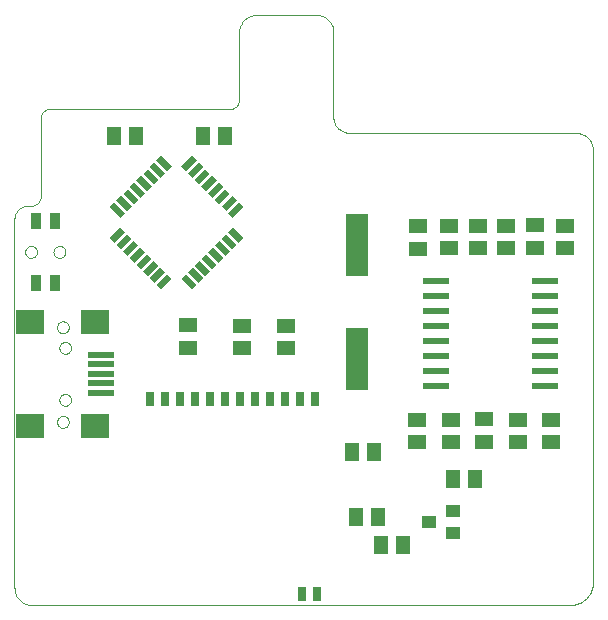
<source format=gtp>
G75*
%MOIN*%
%OFA0B0*%
%FSLAX24Y24*%
%IPPOS*%
%LPD*%
%AMOC8*
5,1,8,0,0,1.08239X$1,22.5*
%
%ADD10C,0.0000*%
%ADD11R,0.0945X0.0787*%
%ADD12R,0.0909X0.0197*%
%ADD13R,0.0250X0.0500*%
%ADD14R,0.0512X0.0591*%
%ADD15R,0.0760X0.2100*%
%ADD16R,0.0500X0.0220*%
%ADD17R,0.0220X0.0500*%
%ADD18R,0.0450X0.0400*%
%ADD19R,0.0320X0.0560*%
%ADD20R,0.0591X0.0512*%
%ADD21R,0.0866X0.0236*%
D10*
X002038Y000848D02*
X002038Y013148D01*
X002041Y013188D01*
X002048Y013227D01*
X002058Y013266D01*
X002072Y013304D01*
X002089Y013340D01*
X002110Y013374D01*
X002133Y013407D01*
X002160Y013437D01*
X002189Y013464D01*
X002220Y013489D01*
X002254Y013511D01*
X002290Y013529D01*
X002327Y013545D01*
X002365Y013556D01*
X002404Y013565D01*
X002444Y013569D01*
X002484Y013570D01*
X002587Y013570D01*
X002586Y013570D02*
X002623Y013573D01*
X002659Y013580D01*
X002694Y013590D01*
X002728Y013605D01*
X002760Y013622D01*
X002790Y013643D01*
X002818Y013667D01*
X002843Y013694D01*
X002865Y013723D01*
X002884Y013755D01*
X002900Y013788D01*
X002912Y013823D01*
X002921Y013858D01*
X002925Y013895D01*
X002926Y013931D01*
X002924Y016531D01*
X002925Y016531D02*
X002927Y016563D01*
X002933Y016594D01*
X002942Y016624D01*
X002955Y016653D01*
X002972Y016680D01*
X002991Y016705D01*
X003014Y016728D01*
X003039Y016747D01*
X003066Y016764D01*
X003095Y016777D01*
X003125Y016786D01*
X003156Y016792D01*
X003188Y016794D01*
X009212Y016794D01*
X009244Y016796D01*
X009276Y016801D01*
X009307Y016809D01*
X009337Y016821D01*
X009366Y016835D01*
X009392Y016853D01*
X009417Y016873D01*
X009440Y016896D01*
X009460Y016921D01*
X009478Y016948D01*
X009492Y016976D01*
X009504Y017006D01*
X009512Y017037D01*
X009517Y017069D01*
X009519Y017101D01*
X009519Y019323D01*
X009521Y019372D01*
X009527Y019420D01*
X009536Y019468D01*
X009549Y019515D01*
X009566Y019561D01*
X009587Y019605D01*
X009611Y019647D01*
X009638Y019688D01*
X009668Y019726D01*
X009701Y019762D01*
X009737Y019795D01*
X009775Y019825D01*
X009816Y019852D01*
X009858Y019876D01*
X009902Y019897D01*
X009948Y019914D01*
X009995Y019927D01*
X010043Y019936D01*
X010091Y019942D01*
X010140Y019944D01*
X012090Y019944D01*
X012135Y019942D01*
X012180Y019937D01*
X012225Y019928D01*
X012269Y019916D01*
X012311Y019900D01*
X012352Y019881D01*
X012392Y019859D01*
X012430Y019834D01*
X012465Y019806D01*
X012499Y019775D01*
X012530Y019741D01*
X012558Y019706D01*
X012583Y019668D01*
X012605Y019628D01*
X012624Y019587D01*
X012640Y019545D01*
X012652Y019501D01*
X012661Y019456D01*
X012666Y019411D01*
X012668Y019366D01*
X012668Y016534D01*
X012670Y016490D01*
X012675Y016447D01*
X012684Y016405D01*
X012697Y016363D01*
X012712Y016322D01*
X012732Y016283D01*
X012754Y016246D01*
X012779Y016210D01*
X012807Y016177D01*
X012838Y016146D01*
X012871Y016118D01*
X012907Y016093D01*
X012944Y016071D01*
X012983Y016051D01*
X013024Y016036D01*
X013066Y016023D01*
X013108Y016014D01*
X013151Y016009D01*
X013195Y016007D01*
X020717Y016007D01*
X020765Y016005D01*
X020813Y015999D01*
X020860Y015990D01*
X020906Y015977D01*
X020952Y015960D01*
X020995Y015940D01*
X021037Y015917D01*
X021077Y015890D01*
X021115Y015860D01*
X021150Y015827D01*
X021183Y015792D01*
X021213Y015754D01*
X021240Y015714D01*
X021263Y015672D01*
X021283Y015629D01*
X021300Y015583D01*
X021313Y015537D01*
X021322Y015490D01*
X021328Y015442D01*
X021330Y015394D01*
X021330Y001050D01*
X021328Y000996D01*
X021323Y000942D01*
X021313Y000889D01*
X021301Y000837D01*
X021284Y000785D01*
X021265Y000735D01*
X021241Y000686D01*
X021215Y000639D01*
X021185Y000594D01*
X021153Y000551D01*
X021117Y000510D01*
X021079Y000472D01*
X021038Y000436D01*
X020995Y000404D01*
X020950Y000374D01*
X020903Y000348D01*
X020854Y000324D01*
X020804Y000305D01*
X020752Y000288D01*
X020700Y000276D01*
X020647Y000266D01*
X020593Y000261D01*
X020539Y000259D01*
X002628Y000259D01*
X002582Y000261D01*
X002536Y000266D01*
X002491Y000275D01*
X002446Y000288D01*
X002403Y000304D01*
X002361Y000323D01*
X002320Y000346D01*
X002282Y000371D01*
X002245Y000400D01*
X002212Y000432D01*
X002180Y000465D01*
X002151Y000502D01*
X002126Y000540D01*
X002103Y000581D01*
X002084Y000623D01*
X002068Y000666D01*
X002055Y000711D01*
X002046Y000756D01*
X002041Y000802D01*
X002039Y000848D01*
X003456Y006369D02*
X003458Y006396D01*
X003464Y006423D01*
X003473Y006449D01*
X003486Y006473D01*
X003502Y006496D01*
X003521Y006515D01*
X003543Y006532D01*
X003567Y006546D01*
X003592Y006556D01*
X003619Y006563D01*
X003646Y006566D01*
X003674Y006565D01*
X003701Y006560D01*
X003727Y006552D01*
X003751Y006540D01*
X003774Y006524D01*
X003795Y006506D01*
X003812Y006485D01*
X003827Y006461D01*
X003838Y006436D01*
X003846Y006410D01*
X003850Y006383D01*
X003850Y006355D01*
X003846Y006328D01*
X003838Y006302D01*
X003827Y006277D01*
X003812Y006253D01*
X003795Y006232D01*
X003774Y006214D01*
X003752Y006198D01*
X003727Y006186D01*
X003701Y006178D01*
X003674Y006173D01*
X003646Y006172D01*
X003619Y006175D01*
X003592Y006182D01*
X003567Y006192D01*
X003543Y006206D01*
X003521Y006223D01*
X003502Y006242D01*
X003486Y006265D01*
X003473Y006289D01*
X003464Y006315D01*
X003458Y006342D01*
X003456Y006369D01*
X003532Y007105D02*
X003534Y007132D01*
X003540Y007159D01*
X003549Y007185D01*
X003562Y007209D01*
X003578Y007232D01*
X003597Y007251D01*
X003619Y007268D01*
X003643Y007282D01*
X003668Y007292D01*
X003695Y007299D01*
X003722Y007302D01*
X003750Y007301D01*
X003777Y007296D01*
X003803Y007288D01*
X003827Y007276D01*
X003850Y007260D01*
X003871Y007242D01*
X003888Y007221D01*
X003903Y007197D01*
X003914Y007172D01*
X003922Y007146D01*
X003926Y007119D01*
X003926Y007091D01*
X003922Y007064D01*
X003914Y007038D01*
X003903Y007013D01*
X003888Y006989D01*
X003871Y006968D01*
X003850Y006950D01*
X003828Y006934D01*
X003803Y006922D01*
X003777Y006914D01*
X003750Y006909D01*
X003722Y006908D01*
X003695Y006911D01*
X003668Y006918D01*
X003643Y006928D01*
X003619Y006942D01*
X003597Y006959D01*
X003578Y006978D01*
X003562Y007001D01*
X003549Y007025D01*
X003540Y007051D01*
X003534Y007078D01*
X003532Y007105D01*
X003532Y008838D02*
X003534Y008865D01*
X003540Y008892D01*
X003549Y008918D01*
X003562Y008942D01*
X003578Y008965D01*
X003597Y008984D01*
X003619Y009001D01*
X003643Y009015D01*
X003668Y009025D01*
X003695Y009032D01*
X003722Y009035D01*
X003750Y009034D01*
X003777Y009029D01*
X003803Y009021D01*
X003827Y009009D01*
X003850Y008993D01*
X003871Y008975D01*
X003888Y008954D01*
X003903Y008930D01*
X003914Y008905D01*
X003922Y008879D01*
X003926Y008852D01*
X003926Y008824D01*
X003922Y008797D01*
X003914Y008771D01*
X003903Y008746D01*
X003888Y008722D01*
X003871Y008701D01*
X003850Y008683D01*
X003828Y008667D01*
X003803Y008655D01*
X003777Y008647D01*
X003750Y008642D01*
X003722Y008641D01*
X003695Y008644D01*
X003668Y008651D01*
X003643Y008661D01*
X003619Y008675D01*
X003597Y008692D01*
X003578Y008711D01*
X003562Y008734D01*
X003549Y008758D01*
X003540Y008784D01*
X003534Y008811D01*
X003532Y008838D01*
X003456Y009523D02*
X003458Y009550D01*
X003464Y009577D01*
X003473Y009603D01*
X003486Y009627D01*
X003502Y009650D01*
X003521Y009669D01*
X003543Y009686D01*
X003567Y009700D01*
X003592Y009710D01*
X003619Y009717D01*
X003646Y009720D01*
X003674Y009719D01*
X003701Y009714D01*
X003727Y009706D01*
X003751Y009694D01*
X003774Y009678D01*
X003795Y009660D01*
X003812Y009639D01*
X003827Y009615D01*
X003838Y009590D01*
X003846Y009564D01*
X003850Y009537D01*
X003850Y009509D01*
X003846Y009482D01*
X003838Y009456D01*
X003827Y009431D01*
X003812Y009407D01*
X003795Y009386D01*
X003774Y009368D01*
X003752Y009352D01*
X003727Y009340D01*
X003701Y009332D01*
X003674Y009327D01*
X003646Y009326D01*
X003619Y009329D01*
X003592Y009336D01*
X003567Y009346D01*
X003543Y009360D01*
X003521Y009377D01*
X003502Y009396D01*
X003486Y009419D01*
X003473Y009443D01*
X003464Y009469D01*
X003458Y009496D01*
X003456Y009523D01*
X003337Y012035D02*
X003339Y012062D01*
X003345Y012089D01*
X003354Y012115D01*
X003367Y012139D01*
X003383Y012162D01*
X003402Y012181D01*
X003424Y012198D01*
X003448Y012212D01*
X003473Y012222D01*
X003500Y012229D01*
X003527Y012232D01*
X003555Y012231D01*
X003582Y012226D01*
X003608Y012218D01*
X003632Y012206D01*
X003655Y012190D01*
X003676Y012172D01*
X003693Y012151D01*
X003708Y012127D01*
X003719Y012102D01*
X003727Y012076D01*
X003731Y012049D01*
X003731Y012021D01*
X003727Y011994D01*
X003719Y011968D01*
X003708Y011943D01*
X003693Y011919D01*
X003676Y011898D01*
X003655Y011880D01*
X003633Y011864D01*
X003608Y011852D01*
X003582Y011844D01*
X003555Y011839D01*
X003527Y011838D01*
X003500Y011841D01*
X003473Y011848D01*
X003448Y011858D01*
X003424Y011872D01*
X003402Y011889D01*
X003383Y011908D01*
X003367Y011931D01*
X003354Y011955D01*
X003345Y011981D01*
X003339Y012008D01*
X003337Y012035D01*
X002393Y012035D02*
X002395Y012062D01*
X002401Y012089D01*
X002410Y012115D01*
X002423Y012139D01*
X002439Y012162D01*
X002458Y012181D01*
X002480Y012198D01*
X002504Y012212D01*
X002529Y012222D01*
X002556Y012229D01*
X002583Y012232D01*
X002611Y012231D01*
X002638Y012226D01*
X002664Y012218D01*
X002688Y012206D01*
X002711Y012190D01*
X002732Y012172D01*
X002749Y012151D01*
X002764Y012127D01*
X002775Y012102D01*
X002783Y012076D01*
X002787Y012049D01*
X002787Y012021D01*
X002783Y011994D01*
X002775Y011968D01*
X002764Y011943D01*
X002749Y011919D01*
X002732Y011898D01*
X002711Y011880D01*
X002689Y011864D01*
X002664Y011852D01*
X002638Y011844D01*
X002611Y011839D01*
X002583Y011838D01*
X002556Y011841D01*
X002529Y011848D01*
X002504Y011858D01*
X002480Y011872D01*
X002458Y011889D01*
X002439Y011908D01*
X002423Y011931D01*
X002410Y011955D01*
X002401Y011981D01*
X002395Y012008D01*
X002393Y012035D01*
D11*
X002548Y009704D03*
X004714Y009704D03*
X004714Y006239D03*
X002548Y006239D03*
D12*
X004936Y007342D03*
X004936Y007657D03*
X004936Y007972D03*
X004936Y008286D03*
X004936Y008601D03*
D13*
X006554Y007133D03*
X007054Y007133D03*
X007554Y007133D03*
X008054Y007133D03*
X008554Y007133D03*
X009054Y007133D03*
X009554Y007133D03*
X010054Y007133D03*
X010554Y007133D03*
X011054Y007133D03*
X011554Y007133D03*
X012054Y007133D03*
X012109Y000633D03*
X011609Y000633D03*
D14*
X014243Y002267D03*
X014991Y002267D03*
X014168Y003200D03*
X013420Y003200D03*
X013290Y005369D03*
X014038Y005369D03*
X016641Y004468D03*
X017389Y004468D03*
X009054Y015901D03*
X008306Y015901D03*
X006097Y015893D03*
X005349Y015893D03*
D15*
X013464Y012261D03*
X013464Y008461D03*
D16*
G36*
X009670Y013528D02*
X009318Y013176D01*
X009162Y013332D01*
X009514Y013684D01*
X009670Y013528D01*
G37*
G36*
X009447Y013751D02*
X009095Y013399D01*
X008939Y013555D01*
X009291Y013907D01*
X009447Y013751D01*
G37*
G36*
X009224Y013973D02*
X008872Y013621D01*
X008716Y013777D01*
X009068Y014129D01*
X009224Y013973D01*
G37*
G36*
X009001Y014196D02*
X008649Y013844D01*
X008493Y014000D01*
X008845Y014352D01*
X009001Y014196D01*
G37*
G36*
X008779Y014419D02*
X008427Y014067D01*
X008271Y014223D01*
X008623Y014575D01*
X008779Y014419D01*
G37*
G36*
X008556Y014641D02*
X008204Y014289D01*
X008048Y014445D01*
X008400Y014797D01*
X008556Y014641D01*
G37*
G36*
X008333Y014864D02*
X007981Y014512D01*
X007825Y014668D01*
X008177Y015020D01*
X008333Y014864D01*
G37*
G36*
X008111Y015087D02*
X007759Y014735D01*
X007603Y014891D01*
X007955Y015243D01*
X008111Y015087D01*
G37*
G36*
X005721Y012697D02*
X005369Y012345D01*
X005213Y012501D01*
X005565Y012853D01*
X005721Y012697D01*
G37*
G36*
X005943Y012474D02*
X005591Y012122D01*
X005435Y012278D01*
X005787Y012630D01*
X005943Y012474D01*
G37*
G36*
X006166Y012251D02*
X005814Y011899D01*
X005658Y012055D01*
X006010Y012407D01*
X006166Y012251D01*
G37*
G36*
X006389Y012029D02*
X006037Y011677D01*
X005881Y011833D01*
X006233Y012185D01*
X006389Y012029D01*
G37*
G36*
X006611Y011806D02*
X006259Y011454D01*
X006103Y011610D01*
X006455Y011962D01*
X006611Y011806D01*
G37*
G36*
X006834Y011583D02*
X006482Y011231D01*
X006326Y011387D01*
X006678Y011739D01*
X006834Y011583D01*
G37*
G36*
X007057Y011361D02*
X006705Y011009D01*
X006549Y011165D01*
X006901Y011517D01*
X007057Y011361D01*
G37*
G36*
X007280Y011138D02*
X006928Y010786D01*
X006772Y010942D01*
X007124Y011294D01*
X007280Y011138D01*
G37*
D17*
G36*
X008111Y010942D02*
X007955Y010786D01*
X007603Y011138D01*
X007759Y011294D01*
X008111Y010942D01*
G37*
G36*
X008333Y011165D02*
X008177Y011009D01*
X007825Y011361D01*
X007981Y011517D01*
X008333Y011165D01*
G37*
G36*
X008556Y011387D02*
X008400Y011231D01*
X008048Y011583D01*
X008204Y011739D01*
X008556Y011387D01*
G37*
G36*
X008779Y011610D02*
X008623Y011454D01*
X008271Y011806D01*
X008427Y011962D01*
X008779Y011610D01*
G37*
G36*
X009001Y011833D02*
X008845Y011677D01*
X008493Y012029D01*
X008649Y012185D01*
X009001Y011833D01*
G37*
G36*
X009224Y012055D02*
X009068Y011899D01*
X008716Y012251D01*
X008872Y012407D01*
X009224Y012055D01*
G37*
G36*
X009447Y012278D02*
X009291Y012122D01*
X008939Y012474D01*
X009095Y012630D01*
X009447Y012278D01*
G37*
G36*
X009670Y012501D02*
X009514Y012345D01*
X009162Y012697D01*
X009318Y012853D01*
X009670Y012501D01*
G37*
G36*
X007280Y014891D02*
X007124Y014735D01*
X006772Y015087D01*
X006928Y015243D01*
X007280Y014891D01*
G37*
G36*
X007057Y014668D02*
X006901Y014512D01*
X006549Y014864D01*
X006705Y015020D01*
X007057Y014668D01*
G37*
G36*
X006834Y014445D02*
X006678Y014289D01*
X006326Y014641D01*
X006482Y014797D01*
X006834Y014445D01*
G37*
G36*
X006611Y014223D02*
X006455Y014067D01*
X006103Y014419D01*
X006259Y014575D01*
X006611Y014223D01*
G37*
G36*
X006389Y014000D02*
X006233Y013844D01*
X005881Y014196D01*
X006037Y014352D01*
X006389Y014000D01*
G37*
G36*
X006166Y013777D02*
X006010Y013621D01*
X005658Y013973D01*
X005814Y014129D01*
X006166Y013777D01*
G37*
G36*
X005943Y013555D02*
X005787Y013399D01*
X005435Y013751D01*
X005591Y013907D01*
X005943Y013555D01*
G37*
G36*
X005721Y013332D02*
X005565Y013176D01*
X005213Y013528D01*
X005369Y013684D01*
X005721Y013332D01*
G37*
D18*
X015867Y003042D03*
X016667Y002668D03*
X016667Y003416D03*
D19*
X003377Y011011D03*
X002747Y011011D03*
X002747Y013058D03*
X003377Y013058D03*
D20*
X007826Y009590D03*
X007826Y008842D03*
X009621Y008834D03*
X009621Y009582D03*
X011101Y009578D03*
X011101Y008830D03*
X015452Y006436D03*
X015452Y005688D03*
X016601Y005696D03*
X016601Y006444D03*
X017688Y006452D03*
X017688Y005704D03*
X018814Y005692D03*
X018814Y006440D03*
X019916Y006432D03*
X019916Y005684D03*
X020401Y012153D03*
X020401Y012901D03*
X019405Y012920D03*
X019405Y012172D03*
X018424Y012168D03*
X018424Y012916D03*
X017487Y012901D03*
X017487Y012153D03*
X016523Y012164D03*
X016523Y012912D03*
X015499Y012889D03*
X015499Y012141D03*
D21*
X016086Y011072D03*
X016086Y010572D03*
X016086Y010072D03*
X016086Y009572D03*
X016086Y009072D03*
X016086Y008572D03*
X016086Y008072D03*
X016086Y007572D03*
X019708Y007572D03*
X019708Y008072D03*
X019708Y008572D03*
X019708Y009072D03*
X019708Y009572D03*
X019708Y010072D03*
X019708Y010572D03*
X019708Y011072D03*
M02*

</source>
